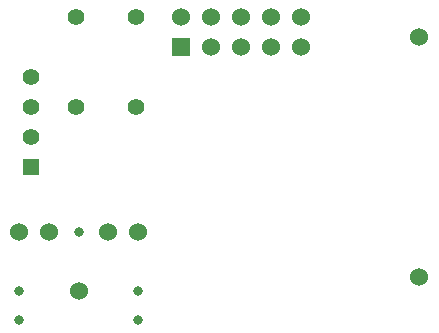
<source format=gbs>
G04 (created by PCBNEW (2013-04-19 BZR 4011)-stable) date 6/9/2013 6:15:15 PM*
%MOIN*%
G04 Gerber Fmt 3.4, Leading zero omitted, Abs format*
%FSLAX34Y34*%
G01*
G70*
G90*
G04 APERTURE LIST*
%ADD10C,0.006*%
%ADD11R,0.055X0.055*%
%ADD12C,0.055*%
%ADD13R,0.06X0.06*%
%ADD14C,0.06*%
%ADD15C,0.0314961*%
G04 APERTURE END LIST*
G54D10*
G54D11*
X72000Y-44000D03*
G54D12*
X72000Y-43000D03*
X72000Y-42000D03*
X72000Y-41000D03*
G54D13*
X77000Y-40000D03*
G54D14*
X77000Y-39000D03*
X78000Y-40000D03*
X78000Y-39000D03*
X79000Y-40000D03*
X79000Y-39000D03*
X80000Y-40000D03*
X80000Y-39000D03*
X81000Y-40000D03*
X81000Y-39000D03*
G54D12*
X73500Y-39000D03*
X75500Y-39000D03*
X73500Y-42000D03*
X75500Y-42000D03*
G54D14*
X84960Y-39672D03*
X84960Y-47664D03*
X71631Y-46153D03*
X72615Y-46153D03*
X74584Y-46153D03*
X75568Y-46153D03*
X73600Y-48122D03*
G54D15*
X71631Y-48122D03*
X75568Y-48122D03*
X75568Y-49106D03*
X71631Y-49106D03*
X73600Y-46153D03*
M02*

</source>
